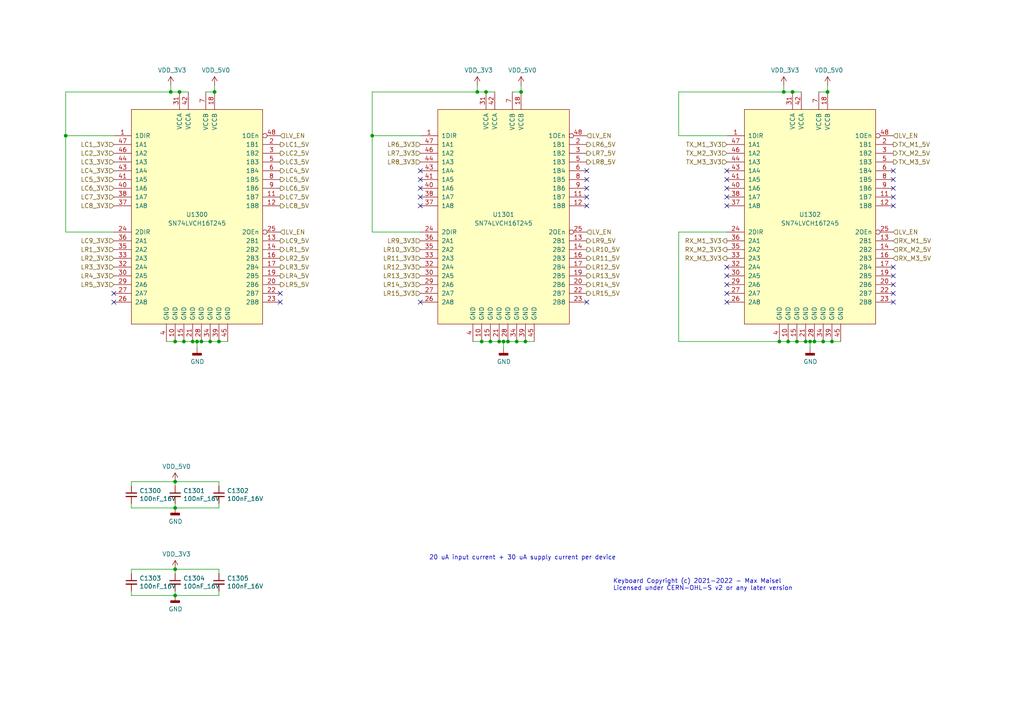
<source format=kicad_sch>
(kicad_sch (version 20211123) (generator eeschema)
  (paper "A4")
  (lib_symbols
    (symbol "Keyboard:100nF_16V" (pin_numbers hide) (pin_names (offset 0.254) hide)
      (property "Reference" "C" (at 0.254 1.778 0))
      (property "Value" "100nF_16V" (at 0.254 -2.032 0))
      (symbol "100nF_16V_0_1"
        (polyline (pts (xy -1.524 -0.508) (xy 1.524 -0.508)) (stroke (width 0.3302)))
        (polyline (pts (xy -1.524 0.508) (xy 1.524 0.508)) (stroke (width 0.3048)))
      )
      (symbol "100nF_16V_1_1"
        (pin passive line (at 0 2.54 270) (length 2.032) (name "~") (number "1"))
        (pin passive line (at 0 -2.54 90) (length 2.032) (name "~") (number "2"))
      )
    )
    (symbol "Keyboard:GND" (power) (pin_names (offset 0))
      (property "Value" "GND" (at 0 -3.175 0))
      (symbol "GND_0_1"
        (rectangle (start -1.27 -1.524) (end 1.27 -2.032) (stroke (width 0.254)) (fill (type outline)))
        (polyline (pts (xy 0 0) (xy 0 -1.524)))
      )
      (symbol "GND_1_1"
        (pin power_in line (at 0 0 270) (length 0) hide (name "GND") (number "1"))
      )
    )
    (symbol "Keyboard:SN74LVCH16T245" (pin_names (offset 1.016))
      (property "Reference" "U" (at -17.78 33.02 0))
      (property "Value" "SN74LVCH16T245" (at 17.78 -31.75 0))
      (symbol "SN74LVCH16T245_0_1"
        (rectangle (start -19.05 31.75) (end 19.05 -30.48) (fill (type background)))
      )
      (symbol "SN74LVCH16T245_1_1"
        (pin input line (at -24.13 24.13 0) (length 5.08) (name "1DIR") (number "1"))
        (pin power_in line (at -6.35 -35.56 90) (length 5.08) (name "GND") (number "10"))
        (pin bidirectional line (at 24.13 6.35 180) (length 5.08) (name "1B7") (number "11"))
        (pin bidirectional line (at 24.13 3.81 180) (length 5.08) (name "1B8") (number "12"))
        (pin bidirectional line (at 24.13 -6.35 180) (length 5.08) (name "2B1") (number "13"))
        (pin bidirectional line (at 24.13 -8.89 180) (length 5.08) (name "2B2") (number "14"))
        (pin power_in line (at -3.81 -35.56 90) (length 5.08) (name "GND") (number "15"))
        (pin bidirectional line (at 24.13 -11.43 180) (length 5.08) (name "2B3") (number "16"))
        (pin bidirectional line (at 24.13 -13.97 180) (length 5.08) (name "2B4") (number "17"))
        (pin power_in line (at 5.08 36.83 270) (length 5.08) (name "VCCB") (number "18"))
        (pin bidirectional line (at 24.13 -16.51 180) (length 5.08) (name "2B5") (number "19"))
        (pin bidirectional line (at 24.13 21.59 180) (length 5.08) (name "1B1") (number "2"))
        (pin bidirectional line (at 24.13 -19.05 180) (length 5.08) (name "2B6") (number "20"))
        (pin power_in line (at -1.27 -35.56 90) (length 5.08) (name "GND") (number "21"))
        (pin bidirectional line (at 24.13 -21.59 180) (length 5.08) (name "2B7") (number "22"))
        (pin bidirectional line (at 24.13 -24.13 180) (length 5.08) (name "2B8") (number "23"))
        (pin input line (at -24.13 -3.81 0) (length 5.08) (name "2DIR") (number "24"))
        (pin input inverted (at 24.13 -3.81 180) (length 5.08) (name "2OEn") (number "25"))
        (pin bidirectional line (at -24.13 -24.13 0) (length 5.08) (name "2A8") (number "26"))
        (pin bidirectional line (at -24.13 -21.59 0) (length 5.08) (name "2A7") (number "27"))
        (pin power_in line (at 1.27 -35.56 90) (length 5.08) (name "GND") (number "28"))
        (pin bidirectional line (at -24.13 -19.05 0) (length 5.08) (name "2A6") (number "29"))
        (pin bidirectional line (at 24.13 19.05 180) (length 5.08) (name "1B2") (number "3"))
        (pin bidirectional line (at -24.13 -16.51 0) (length 5.08) (name "2A5") (number "30"))
        (pin power_in line (at -5.08 36.83 270) (length 5.08) (name "VCCA") (number "31"))
        (pin bidirectional line (at -24.13 -13.97 0) (length 5.08) (name "2A4") (number "32"))
        (pin bidirectional line (at -24.13 -11.43 0) (length 5.08) (name "2A3") (number "33"))
        (pin power_in line (at 3.81 -35.56 90) (length 5.08) (name "GND") (number "34"))
        (pin bidirectional line (at -24.13 -8.89 0) (length 5.08) (name "2A2") (number "35"))
        (pin bidirectional line (at -24.13 -6.35 0) (length 5.08) (name "2A1") (number "36"))
        (pin bidirectional line (at -24.13 3.81 0) (length 5.08) (name "1A8") (number "37"))
        (pin bidirectional line (at -24.13 6.35 0) (length 5.08) (name "1A7") (number "38"))
        (pin power_in line (at 6.35 -35.56 90) (length 5.08) (name "GND") (number "39"))
        (pin power_in line (at -8.89 -35.56 90) (length 5.08) (name "GND") (number "4"))
        (pin bidirectional line (at -24.13 8.89 0) (length 5.08) (name "1A6") (number "40"))
        (pin bidirectional line (at -24.13 11.43 0) (length 5.08) (name "1A5") (number "41"))
        (pin power_in line (at -2.54 36.83 270) (length 5.08) (name "VCCA") (number "42"))
        (pin bidirectional line (at -24.13 13.97 0) (length 5.08) (name "1A4") (number "43"))
        (pin bidirectional line (at -24.13 16.51 0) (length 5.08) (name "1A3") (number "44"))
        (pin power_in line (at 8.89 -35.56 90) (length 5.08) (name "GND") (number "45"))
        (pin bidirectional line (at -24.13 19.05 0) (length 5.08) (name "1A2") (number "46"))
        (pin bidirectional line (at -24.13 21.59 0) (length 5.08) (name "1A1") (number "47"))
        (pin input inverted (at 24.13 24.13 180) (length 5.08) (name "1OEn") (number "48"))
        (pin bidirectional line (at 24.13 16.51 180) (length 5.08) (name "1B3") (number "5"))
        (pin bidirectional line (at 24.13 13.97 180) (length 5.08) (name "1B4") (number "6"))
        (pin power_in line (at 2.54 36.83 270) (length 5.08) (name "VCCB") (number "7"))
        (pin bidirectional line (at 24.13 11.43 180) (length 5.08) (name "1B5") (number "8"))
        (pin bidirectional line (at 24.13 8.89 180) (length 5.08) (name "1B6") (number "9"))
      )
    )
    (symbol "Keyboard:VDD_3V3" (power) (pin_names (offset 0))
      (property "Value" "VDD_3V3" (at 0 3.556 0))
      (symbol "VDD_3V3_0_1"
        (polyline (pts (xy -0.762 1.27) (xy 0 2.54)))
        (polyline (pts (xy 0 0) (xy 0 2.54)))
        (polyline (pts (xy 0 2.54) (xy 0.762 1.27)))
      )
      (symbol "VDD_3V3_1_1"
        (pin power_in line (at 0 0 90) (length 0) hide (name "VDD_3V3") (number "1"))
      )
    )
    (symbol "Keyboard:VDD_5V0" (power) (pin_names (offset 0))
      (property "Value" "VDD_5V0" (at 0 3.556 0))
      (symbol "VDD_5V0_0_1"
        (polyline (pts (xy -0.762 1.27) (xy 0 2.54)))
        (polyline (pts (xy 0 0) (xy 0 2.54)))
        (polyline (pts (xy 0 2.54) (xy 0.762 1.27)))
      )
      (symbol "VDD_5V0_1_1"
        (pin power_in line (at 0 0 90) (length 0) hide (name "VDD_5V0") (number "1"))
      )
    )
  )
  (junction (at 142.24 99.06))
  (junction (at 50.8 139.7))
  (junction (at 50.8 165.1))
  (junction (at 229.87 26.67))
  (junction (at 139.7 99.06))
  (junction (at 151.13 26.67))
  (junction (at 149.86 99.06))
  (junction (at 50.8 147.32))
  (junction (at 55.88 99.06))
  (junction (at 227.33 26.67))
  (junction (at 236.22 99.06))
  (junction (at 138.43 26.67))
  (junction (at 226.06 99.06))
  (junction (at 57.15 99.06))
  (junction (at 52.07 26.67))
  (junction (at 228.6 99.06))
  (junction (at 147.32 99.06))
  (junction (at 144.78 99.06))
  (junction (at 49.53 26.67))
  (junction (at 63.5 99.06))
  (junction (at 238.76 99.06))
  (junction (at 240.03 26.67))
  (junction (at 107.95 39.37))
  (junction (at 140.97 26.67))
  (junction (at 58.42 99.06))
  (junction (at 234.95 99.06))
  (junction (at 50.8 99.06))
  (junction (at 53.34 99.06))
  (junction (at 146.05 99.06))
  (junction (at 241.3 99.06))
  (junction (at 60.96 99.06))
  (junction (at 231.14 99.06))
  (junction (at 233.68 99.06))
  (junction (at 19.05 39.37))
  (junction (at 62.23 26.67))
  (junction (at 50.8 172.72))
  (junction (at 152.4 99.06))
  (no_connect (at 121.92 87.63))
  (no_connect (at 121.92 59.69))
  (no_connect (at 259.08 80.01))
  (no_connect (at 259.08 85.09))
  (no_connect (at 33.02 85.09))
  (no_connect (at 170.18 49.53))
  (no_connect (at 210.82 77.47))
  (no_connect (at 170.18 87.63))
  (no_connect (at 121.92 49.53))
  (no_connect (at 259.08 52.07))
  (no_connect (at 259.08 59.69))
  (no_connect (at 210.82 54.61))
  (no_connect (at 210.82 52.07))
  (no_connect (at 81.28 85.09))
  (no_connect (at 170.18 59.69))
  (no_connect (at 210.82 85.09))
  (no_connect (at 259.08 82.55))
  (no_connect (at 259.08 77.47))
  (no_connect (at 121.92 54.61))
  (no_connect (at 210.82 82.55))
  (no_connect (at 121.92 57.15))
  (no_connect (at 170.18 54.61))
  (no_connect (at 210.82 87.63))
  (no_connect (at 81.28 87.63))
  (no_connect (at 259.08 49.53))
  (no_connect (at 210.82 80.01))
  (no_connect (at 259.08 57.15))
  (no_connect (at 259.08 54.61))
  (no_connect (at 259.08 87.63))
  (no_connect (at 33.02 87.63))
  (no_connect (at 210.82 49.53))
  (no_connect (at 210.82 59.69))
  (no_connect (at 210.82 57.15))
  (no_connect (at 170.18 52.07))
  (no_connect (at 121.92 52.07))
  (no_connect (at 170.18 57.15))
  (wire (pts (xy 38.1 146.05) (xy 38.1 147.32)))
  (wire (pts (xy 50.8 166.37) (xy 50.8 165.1)))
  (wire (pts (xy 48.26 99.06) (xy 50.8 99.06)))
  (wire (pts (xy 238.76 99.06) (xy 241.3 99.06)))
  (wire (pts (xy 233.68 99.06) (xy 234.95 99.06)))
  (wire (pts (xy 140.97 26.67) (xy 143.51 26.67)))
  (wire (pts (xy 63.5 99.06) (xy 66.04 99.06)))
  (wire (pts (xy 142.24 99.06) (xy 144.78 99.06)))
  (wire (pts (xy 234.95 99.06) (xy 236.22 99.06)))
  (wire (pts (xy 107.95 67.31) (xy 107.95 39.37)))
  (wire (pts (xy 50.8 165.1) (xy 63.5 165.1)))
  (wire (pts (xy 38.1 171.45) (xy 38.1 172.72)))
  (wire (pts (xy 63.5 171.45) (xy 63.5 172.72)))
  (wire (pts (xy 59.69 26.67) (xy 62.23 26.67)))
  (wire (pts (xy 33.02 67.31) (xy 19.05 67.31)))
  (wire (pts (xy 38.1 166.37) (xy 38.1 165.1)))
  (wire (pts (xy 227.33 26.67) (xy 229.87 26.67)))
  (wire (pts (xy 50.8 146.05) (xy 50.8 147.32)))
  (wire (pts (xy 63.5 165.1) (xy 63.5 166.37)))
  (wire (pts (xy 49.53 26.67) (xy 52.07 26.67)))
  (wire (pts (xy 152.4 99.06) (xy 154.94 99.06)))
  (wire (pts (xy 19.05 26.67) (xy 49.53 26.67)))
  (wire (pts (xy 55.88 99.06) (xy 57.15 99.06)))
  (wire (pts (xy 240.03 24.765) (xy 240.03 26.67)))
  (wire (pts (xy 226.06 99.06) (xy 228.6 99.06)))
  (wire (pts (xy 137.16 99.06) (xy 139.7 99.06)))
  (wire (pts (xy 58.42 99.06) (xy 60.96 99.06)))
  (wire (pts (xy 38.1 140.97) (xy 38.1 139.7)))
  (wire (pts (xy 196.85 39.37) (xy 210.82 39.37)))
  (wire (pts (xy 196.85 26.67) (xy 227.33 26.67)))
  (wire (pts (xy 49.53 24.765) (xy 49.53 26.67)))
  (wire (pts (xy 57.15 99.06) (xy 58.42 99.06)))
  (wire (pts (xy 138.43 26.67) (xy 140.97 26.67)))
  (wire (pts (xy 231.14 99.06) (xy 233.68 99.06)))
  (wire (pts (xy 144.78 99.06) (xy 146.05 99.06)))
  (wire (pts (xy 146.05 100.965) (xy 146.05 99.06)))
  (wire (pts (xy 227.33 24.765) (xy 227.33 26.67)))
  (wire (pts (xy 50.8 139.7) (xy 63.5 139.7)))
  (wire (pts (xy 229.87 26.67) (xy 232.41 26.67)))
  (wire (pts (xy 38.1 139.7) (xy 50.8 139.7)))
  (wire (pts (xy 241.3 99.06) (xy 243.84 99.06)))
  (wire (pts (xy 149.86 99.06) (xy 152.4 99.06)))
  (wire (pts (xy 151.13 24.765) (xy 151.13 26.67)))
  (wire (pts (xy 228.6 99.06) (xy 231.14 99.06)))
  (wire (pts (xy 52.07 26.67) (xy 54.61 26.67)))
  (wire (pts (xy 107.95 26.67) (xy 138.43 26.67)))
  (wire (pts (xy 196.85 67.31) (xy 196.85 99.06)))
  (wire (pts (xy 38.1 147.32) (xy 50.8 147.32)))
  (wire (pts (xy 63.5 172.72) (xy 50.8 172.72)))
  (wire (pts (xy 62.23 24.765) (xy 62.23 26.67)))
  (wire (pts (xy 121.92 67.31) (xy 107.95 67.31)))
  (wire (pts (xy 19.05 67.31) (xy 19.05 39.37)))
  (wire (pts (xy 38.1 165.1) (xy 50.8 165.1)))
  (wire (pts (xy 50.8 99.06) (xy 53.34 99.06)))
  (wire (pts (xy 237.49 26.67) (xy 240.03 26.67)))
  (wire (pts (xy 139.7 99.06) (xy 142.24 99.06)))
  (wire (pts (xy 107.95 39.37) (xy 121.92 39.37)))
  (wire (pts (xy 234.95 100.965) (xy 234.95 99.06)))
  (wire (pts (xy 196.85 99.06) (xy 226.06 99.06)))
  (wire (pts (xy 57.15 100.965) (xy 57.15 99.06)))
  (wire (pts (xy 60.96 99.06) (xy 63.5 99.06)))
  (wire (pts (xy 63.5 147.32) (xy 50.8 147.32)))
  (wire (pts (xy 50.8 140.97) (xy 50.8 139.7)))
  (wire (pts (xy 63.5 139.7) (xy 63.5 140.97)))
  (wire (pts (xy 138.43 24.765) (xy 138.43 26.67)))
  (wire (pts (xy 19.05 39.37) (xy 33.02 39.37)))
  (wire (pts (xy 148.59 26.67) (xy 151.13 26.67)))
  (wire (pts (xy 38.1 172.72) (xy 50.8 172.72)))
  (wire (pts (xy 146.05 99.06) (xy 147.32 99.06)))
  (wire (pts (xy 107.95 39.37) (xy 107.95 26.67)))
  (wire (pts (xy 147.32 99.06) (xy 149.86 99.06)))
  (wire (pts (xy 236.22 99.06) (xy 238.76 99.06)))
  (wire (pts (xy 53.34 99.06) (xy 55.88 99.06)))
  (wire (pts (xy 50.8 171.45) (xy 50.8 172.72)))
  (wire (pts (xy 19.05 39.37) (xy 19.05 26.67)))
  (wire (pts (xy 196.85 39.37) (xy 196.85 26.67)))
  (wire (pts (xy 63.5 146.05) (xy 63.5 147.32)))
  (wire (pts (xy 210.82 67.31) (xy 196.85 67.31)))
  (text "20 uA input current + 30 uA supply current per device\n" (at 124.46 162.56 0) (effects (font (size 1.27 1.27)) (justify left bottom)))
  (text "Keyboard Copyright (c) 2021-2022 - Max Maisel\nLicensed under CERN-OHL-S v2 or any later version" (at 177.8 171.45 0) (effects (font (size 1.27 1.27)) (justify left bottom)))
  (hierarchical_label "LV_EN" (shape input) (at 259.08 67.31 0))
  (hierarchical_label "LV_EN" (shape input) (at 81.28 39.37 0))
  (hierarchical_label "LR15_5V" (shape output) (at 170.18 85.09 0))
  (hierarchical_label "RX_M3_3V3" (shape output) (at 210.82 74.93 180))
  (hierarchical_label "LC5_3V3" (shape input) (at 33.02 52.07 180))
  (hierarchical_label "TX_M2_5V" (shape output) (at 259.08 44.45 0))
  (hierarchical_label "LC6_3V3" (shape input) (at 33.02 54.61 180))
  (hierarchical_label "LR8_3V3" (shape input) (at 121.92 46.99 180))
  (hierarchical_label "LC7_3V3" (shape input) (at 33.02 57.15 180))
  (hierarchical_label "LC9_5V" (shape output) (at 81.28 69.85 0))
  (hierarchical_label "LR6_3V3" (shape input) (at 121.92 41.91 180))
  (hierarchical_label "TX_M3_3V3" (shape input) (at 210.82 46.99 180))
  (hierarchical_label "LC1_3V3" (shape input) (at 33.02 41.91 180))
  (hierarchical_label "LR7_5V" (shape output) (at 170.18 44.45 0))
  (hierarchical_label "TX_M3_5V" (shape output) (at 259.08 46.99 0))
  (hierarchical_label "LV_EN" (shape input) (at 170.18 67.31 0))
  (hierarchical_label "LC8_3V3" (shape input) (at 33.02 59.69 180))
  (hierarchical_label "LR4_3V3" (shape input) (at 33.02 80.01 180))
  (hierarchical_label "LC4_3V3" (shape input) (at 33.02 49.53 180))
  (hierarchical_label "LR3_3V3" (shape input) (at 33.02 77.47 180))
  (hierarchical_label "LR11_5V" (shape output) (at 170.18 74.93 0))
  (hierarchical_label "RX_M2_5V" (shape input) (at 259.08 72.39 0))
  (hierarchical_label "LR6_5V" (shape output) (at 170.18 41.91 0))
  (hierarchical_label "RX_M2_3V3" (shape output) (at 210.82 72.39 180))
  (hierarchical_label "LR1_3V3" (shape input) (at 33.02 72.39 180))
  (hierarchical_label "LR5_3V3" (shape input) (at 33.02 82.55 180))
  (hierarchical_label "LC2_5V" (shape output) (at 81.28 44.45 0))
  (hierarchical_label "LR2_5V" (shape output) (at 81.28 74.93 0))
  (hierarchical_label "LV_EN" (shape input) (at 170.18 39.37 0))
  (hierarchical_label "LC3_5V" (shape output) (at 81.28 46.99 0))
  (hierarchical_label "LR10_5V" (shape output) (at 170.18 72.39 0))
  (hierarchical_label "LC8_5V" (shape output) (at 81.28 59.69 0))
  (hierarchical_label "LR13_5V" (shape output) (at 170.18 80.01 0))
  (hierarchical_label "LR8_5V" (shape output) (at 170.18 46.99 0))
  (hierarchical_label "LR2_3V3" (shape input) (at 33.02 74.93 180))
  (hierarchical_label "RX_M1_3V3" (shape output) (at 210.82 69.85 180))
  (hierarchical_label "LC6_5V" (shape output) (at 81.28 54.61 0))
  (hierarchical_label "LC5_5V" (shape output) (at 81.28 52.07 0))
  (hierarchical_label "LR11_3V3" (shape input) (at 121.92 74.93 180))
  (hierarchical_label "LR14_3V3" (shape input) (at 121.92 82.55 180))
  (hierarchical_label "LC4_5V" (shape output) (at 81.28 49.53 0))
  (hierarchical_label "LR12_5V" (shape output) (at 170.18 77.47 0))
  (hierarchical_label "LR7_3V3" (shape input) (at 121.92 44.45 180))
  (hierarchical_label "LR1_5V" (shape output) (at 81.28 72.39 0))
  (hierarchical_label "RX_M1_5V" (shape input) (at 259.08 69.85 0))
  (hierarchical_label "RX_M3_5V" (shape input) (at 259.08 74.93 0))
  (hierarchical_label "LC3_3V3" (shape input) (at 33.02 46.99 180))
  (hierarchical_label "LC7_5V" (shape output) (at 81.28 57.15 0))
  (hierarchical_label "TX_M1_5V" (shape output) (at 259.08 41.91 0))
  (hierarchical_label "LR5_5V" (shape output) (at 81.28 82.55 0))
  (hierarchical_label "LR12_3V3" (shape input) (at 121.92 77.47 180))
  (hierarchical_label "LR3_5V" (shape output) (at 81.28 77.47 0))
  (hierarchical_label "LR10_3V3" (shape input) (at 121.92 72.39 180))
  (hierarchical_label "LR15_3V3" (shape input) (at 121.92 85.09 180))
  (hierarchical_label "LC9_3V3" (shape input) (at 33.02 69.85 180))
  (hierarchical_label "LC1_5V" (shape output) (at 81.28 41.91 0))
  (hierarchical_label "TX_M2_3V3" (shape input) (at 210.82 44.45 180))
  (hierarchical_label "LC2_3V3" (shape input) (at 33.02 44.45 180))
  (hierarchical_label "LV_EN" (shape input) (at 81.28 67.31 0))
  (hierarchical_label "LR13_3V3" (shape input) (at 121.92 80.01 180))
  (hierarchical_label "LR9_3V3" (shape input) (at 121.92 69.85 180))
  (hierarchical_label "LR9_5V" (shape output) (at 170.18 69.85 0))
  (hierarchical_label "TX_M1_3V3" (shape input) (at 210.82 41.91 180))
  (hierarchical_label "LR14_5V" (shape output) (at 170.18 82.55 0))
  (hierarchical_label "LR4_5V" (shape output) (at 81.28 80.01 0))
  (hierarchical_label "LV_EN" (shape input) (at 259.08 39.37 0))
  (symbol (lib_id "Keyboard:VDD_5V0") (at 240.03 24.765 0) (unit 1)
    (property "Reference" "#PWR01305" (effects hide))
    (property "Value" "VDD_5V0" (at 240.411 20.3708 0))
  )
  (symbol (lib_id "Keyboard:VDD_5V0") (at 151.13 24.765 0) (unit 1)
    (property "Reference" "#PWR01303" (effects hide))
    (property "Value" "VDD_5V0" (at 151.511 20.3708 0))
  )
  (symbol (lib_id "Keyboard:GND") (at 57.15 100.965 0) (unit 1)
    (property "Reference" "#PWR01306" (effects hide))
    (property "Value" "GND" (at 57.2516 104.902 0))
  )
  (symbol (lib_id "Keyboard:SN74LVCH16T245") (at 234.95 63.5 0) (unit 1)
    (property "Reference" "U1302" (at 234.95 62.23 0))
    (property "Value" "SN74LVCH16T245" (at 234.95 64.77 0))
    (property "Footprint" "Keyboard:TSSOP48-DGG" (effects hide))
    (property "Datasheet" "http://www.ti.com/lit/ds/symlink/sn74lvch16t245.pdf" (effects hide))
  )
  (symbol (lib_id "Keyboard:GND") (at 234.95 100.965 0) (unit 1)
    (property "Reference" "#PWR01308" (effects hide))
    (property "Value" "GND" (at 235.0516 104.902 0))
  )
  (symbol (lib_id "Keyboard:SN74LVCH16T245") (at 57.15 63.5 0) (unit 1)
    (property "Reference" "U1300" (at 57.15 62.23 0))
    (property "Value" "SN74LVCH16T245" (at 57.15 64.77 0))
    (property "Footprint" "Keyboard:TSSOP48-DGG" (effects hide))
    (property "Datasheet" "http://www.ti.com/lit/ds/symlink/sn74lvch16t245.pdf" (effects hide))
  )
  (symbol (lib_id "Keyboard:100nF_16V") (at 38.1 168.91 0) (unit 1)
    (property "Reference" "C1303" (at 40.4368 167.7416 0) (effects (justify left)))
    (property "Value" "100nF_16V" (at 40.4368 170.053 0) (effects (justify left)))
    (property "Footprint" "Keyboard:C_0402" (effects hide))
    (property "Datasheet" "80-C0402C104K4R" (effects hide))
    (property "mouser#" "80-C0402C104K4R" (effects hide))
  )
  (symbol (lib_id "Keyboard:100nF_16V") (at 50.8 168.91 0) (unit 1)
    (property "Reference" "C1304" (at 53.1368 167.7416 0) (effects (justify left)))
    (property "Value" "100nF_16V" (at 53.1368 170.053 0) (effects (justify left)))
    (property "Footprint" "Keyboard:C_0402" (effects hide))
    (property "Datasheet" "80-C0402C104K4R" (effects hide))
    (property "mouser#" "80-C0402C104K4R" (effects hide))
  )
  (symbol (lib_id "Keyboard:100nF_16V") (at 63.5 168.91 0) (unit 1)
    (property "Reference" "C1305" (at 65.8368 167.7416 0) (effects (justify left)))
    (property "Value" "100nF_16V" (at 65.8368 170.053 0) (effects (justify left)))
    (property "Footprint" "Keyboard:C_0402" (effects hide))
    (property "Datasheet" "80-C0402C104K4R" (effects hide))
    (property "mouser#" "80-C0402C104K4R" (effects hide))
  )
  (symbol (lib_id "Keyboard:100nF_16V") (at 38.1 143.51 0) (unit 1)
    (property "Reference" "C1300" (at 40.4368 142.3416 0) (effects (justify left)))
    (property "Value" "100nF_16V" (at 40.4368 144.653 0) (effects (justify left)))
    (property "Footprint" "Keyboard:C_0402" (effects hide))
    (property "Datasheet" "80-C0402C104K4R" (effects hide))
    (property "mouser#" "80-C0402C104K4R" (effects hide))
  )
  (symbol (lib_id "Keyboard:100nF_16V") (at 50.8 143.51 0) (unit 1)
    (property "Reference" "C1301" (at 53.1368 142.3416 0) (effects (justify left)))
    (property "Value" "100nF_16V" (at 53.1368 144.653 0) (effects (justify left)))
    (property "Footprint" "Keyboard:C_0402" (effects hide))
    (property "Datasheet" "80-C0402C104K4R" (effects hide))
    (property "mouser#" "80-C0402C104K4R" (effects hide))
  )
  (symbol (lib_id "Keyboard:VDD_5V0") (at 50.8 139.7 0) (unit 1)
    (property "Reference" "#PWR01309" (effects hide))
    (property "Value" "VDD_5V0" (at 51.181 135.3058 0))
  )
  (symbol (lib_id "Keyboard:GND") (at 50.8 172.72 0) (unit 1)
    (property "Reference" "#PWR01312" (effects hide))
    (property "Value" "GND" (at 50.9016 176.657 0))
  )
  (symbol (lib_id "Keyboard:GND") (at 50.8 147.32 0) (unit 1)
    (property "Reference" "#PWR01310" (effects hide))
    (property "Value" "GND" (at 50.9016 151.257 0))
  )
  (symbol (lib_id "Keyboard:VDD_3V3") (at 49.53 24.765 0) (unit 1)
    (property "Reference" "#PWR01300" (effects hide))
    (property "Value" "VDD_3V3" (at 49.911 20.3708 0))
  )
  (symbol (lib_id "Keyboard:VDD_3V3") (at 138.43 24.765 0) (unit 1)
    (property "Reference" "#PWR01302" (effects hide))
    (property "Value" "VDD_3V3" (at 138.811 20.3708 0))
  )
  (symbol (lib_id "Keyboard:VDD_3V3") (at 227.33 24.765 0) (unit 1)
    (property "Reference" "#PWR01304" (effects hide))
    (property "Value" "VDD_3V3" (at 227.711 20.3708 0))
  )
  (symbol (lib_id "Keyboard:VDD_5V0") (at 62.23 24.765 0) (unit 1)
    (property "Reference" "#PWR01301" (effects hide))
    (property "Value" "VDD_5V0" (at 62.611 20.3708 0))
  )
  (symbol (lib_id "Keyboard:SN74LVCH16T245") (at 146.05 63.5 0) (unit 1)
    (property "Reference" "U1301" (at 146.05 62.23 0))
    (property "Value" "SN74LVCH16T245" (at 146.05 64.77 0))
    (property "Footprint" "Keyboard:TSSOP48-DGG" (effects hide))
    (property "Datasheet" "http://www.ti.com/lit/ds/symlink/sn74lvch16t245.pdf" (effects hide))
  )
  (symbol (lib_id "Keyboard:GND") (at 146.05 100.965 0) (unit 1)
    (property "Reference" "#PWR01307" (effects hide))
    (property "Value" "GND" (at 146.1516 104.902 0))
  )
  (symbol (lib_id "Keyboard:100nF_16V") (at 63.5 143.51 0) (unit 1)
    (property "Reference" "C1302" (at 65.8368 142.3416 0) (effects (justify left)))
    (property "Value" "100nF_16V" (at 65.8368 144.653 0) (effects (justify left)))
    (property "Footprint" "Keyboard:C_0402" (effects hide))
    (property "Datasheet" "80-C0402C104K4R" (effects hide))
    (property "mouser#" "80-C0402C104K4R" (effects hide))
  )
  (symbol (lib_id "Keyboard:VDD_3V3") (at 50.8 165.1 0) (unit 1)
    (property "Reference" "#PWR01311" (effects hide))
    (property "Value" "VDD_3V3" (at 51.181 160.7058 0))
  )
)
</source>
